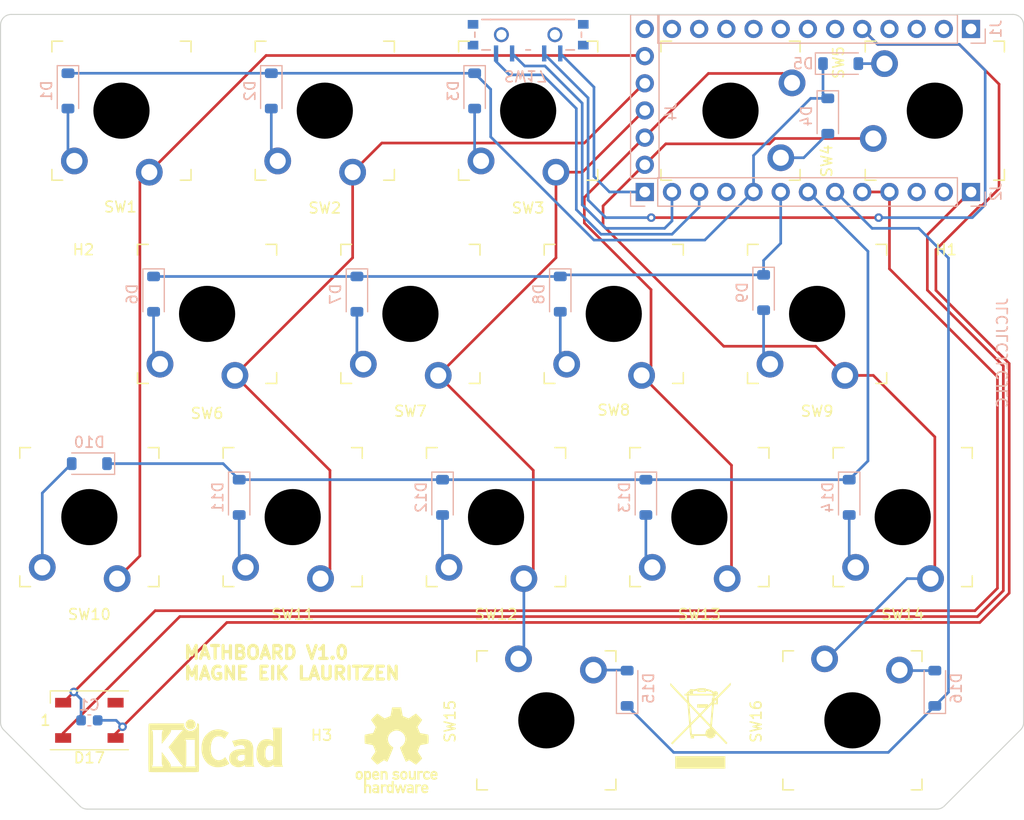
<source format=kicad_pcb>
(kicad_pcb (version 20221018) (generator pcbnew)
  (layers (0 "F.Cu" signal) (31 "B.Cu" signal) (34 "B.Paste" user) (35 "F.Paste" user) (36 "B.SilkS" user "B.Silkscreen") (37 "F.SilkS" user "F.Silkscreen") (38 "B.Mask" user) (39 "F.Mask" user) (44 "Edge.Cuts" user))
  (net 0 "")
  (net 1 "ROW0")
  (net 2 "Net-(D1-A)")
  (net 3 "Net-(D2-A)")
  (net 4 "Net-(D3-A)")
  (net 5 "Net-(D4-A)")
  (net 6 "ROW1")
  (net 7 "Net-(D5-A)")
  (net 8 "Net-(D6-A)")
  (net 9 "Net-(D7-A)")
  (net 10 "Net-(D8-A)")
  (net 11 "ROW2")
  (net 12 "Net-(D9-A)")
  (net 13 "Net-(D10-A)")
  (net 14 "Net-(D11-A)")
  (net 15 "Net-(D12-A)")
  (net 16 "ROW3")
  (net 17 "Net-(D13-A)")
  (net 18 "Net-(D14-A)")
  (net 19 "Net-(D15-A)")
  (net 20 "Net-(D16-A)")
  (net 21 "COL0")
  (net 22 "COL1")
  (net 23 "COL2")
  (net 24 "COL3")
  (net 25 "Net-(J1-Pin_12)")
  (net 26 "Net-(J1-Pin_11)")
  (net 27 "Net-(J2-Pin_10)")
  (net 28 "VDD")
  (net 30 "GND")
  (net 31 "RGB_DIN")
  (net 32 "COL4")
  (net 33 "Net-(J1-Pin_10)")
  (net 34 "Net-(J2-Pin_2)")
  (net 35 "Net-(J2-Pin_3)")
  (net 36 "Net-(J2-Pin_11)")
  (net 37 "Net-(J2-Pin_12)")
  (net 38 "Net-(J4-Pin_1)")
  (net 39 "Net-(J1-Pin_4)")
  (net 40 "Net-(J1-Pin_2)")
  (net 41 "Net-(J1-Pin_6)")
  (net 42 "Net-(J1-Pin_7)")
  (net 43 "Net-(J1-Pin_8)")
  (net 44 "Net-(J1-Pin_9)")
  (net 45 "Net-(J4-Pin_7)")
  (net 46 "Net-(J1-Pin_1)")
  (footprint "Keyboard switches:SW_Gateron_LowProfile_THT" (layer "F.Cu") (at 171.3 51 -90)
    (fp_text reference "SW5" (at -4.5 9 90 unlocked) (layer "F.SilkS"))
    (fp_text value "SW_Push" hide)
    (pad "" np_thru_hole circle (at 0 0 90) (size 5.25 5.25) (drill 5.25) (layers "*.Mask"))
    (pad "1" thru_hole circle (at -4.4 4.7 90) (size 2.5 2.5) (drill 1.5) (layers "*.Cu" "B.Mask") (net 7 "Net-(D5-A)"))
    (pad "2" thru_hole circle (at 2.6 5.75 90) (size 2.5 2.5) (drill 1.5) (layers "*.Cu" "B.Mask") (net 32 "COL4"))
  )
  (footprint "Keyboard switches:SW_Gateron_LowProfile_THT" (layer "F.Cu") (at 111.3 89)
    (fp_text reference "SW11" (at 0 9.1 unlocked) (layer "F.SilkS"))
    (fp_text value "SW_Push" hide)
    (pad "" np_thru_hole circle (at 0 0 180) (size 5.25 5.25) (drill 5.25) (layers "*.Mask"))
    (pad "1" thru_hole circle (at -4.4 4.7 180) (size 2.5 2.5) (drill 1.5) (layers "*.Cu" "B.Mask") (net 14 "Net-(D11-A)"))
    (pad "2" thru_hole circle (at 2.6 5.75 180) (size 2.5 2.5) (drill 1.5) (layers "*.Cu" "B.Mask") (net 22 "COL1"))
  )
  (footprint "Keyboard switches:SW_Gateron_LowProfile_THT" (layer "F.Cu") (at 149.3 89)
    (fp_text reference "SW13" (at 0 9.1 unlocked) (layer "F.SilkS"))
    (fp_text value "SW_Push" hide)
    (pad "" np_thru_hole circle (at 0 0 180) (size 5.25 5.25) (drill 5.25) (layers "*.Mask"))
    (pad "1" thru_hole circle (at -4.4 4.7 180) (size 2.5 2.5) (drill 1.5) (layers "*.Cu" "B.Mask") (net 17 "Net-(D13-A)"))
    (pad "2" thru_hole circle (at 2.6 5.75 180) (size 2.5 2.5) (drill 1.5) (layers "*.Cu" "B.Mask") (net 24 "COL3"))
  )
  (footprint "Keyboard switches:SW_Gateron_LowProfile_THT" (layer "F.Cu") (at 114.3 51)
    (fp_text reference "SW2" (at 0 9.1 unlocked) (layer "F.SilkS"))
    (fp_text value "SW_Push" hide)
    (pad "" np_thru_hole circle (at 0 0 180) (size 5.25 5.25) (drill 5.25) (layers "*.Mask"))
    (pad "1" thru_hole circle (at -4.4 4.7 180) (size 2.5 2.5) (drill 1.5) (layers "*.Cu" "B.Mask") (net 3 "Net-(D2-A)"))
    (pad "2" thru_hole circle (at 2.6 5.75 180) (size 2.5 2.5) (drill 1.5) (layers "*.Cu" "B.Mask") (net 22 "COL1"))
  )
  (footprint "Keyboard switches:SW_Gateron_LowProfile_THT" (layer "F.Cu") (at 135 108 180)
    (fp_text reference "SW15" (at 9 -0.1 90 unlocked) (layer "F.SilkS"))
    (fp_text value "SW_Push" hide)
    (pad "" np_thru_hole circle (at 0 0) (size 5.25 5.25) (drill 5.25) (layers "*.Mask"))
    (pad "1" thru_hole circle (at -4.4 4.7) (size 2.5 2.5) (drill 1.5) (layers "*.Cu" "B.Mask") (net 19 "Net-(D15-A)"))
    (pad "2" thru_hole circle (at 2.6 5.75) (size 2.5 2.5) (drill 1.5) (layers "*.Cu" "B.Mask") (net 23 "COL2"))
  )
  (footprint "Keyboard switches:SW_Gateron_LowProfile_THT" (layer "F.Cu") (at 92.3 89)
    (fp_text reference "SW10" (at 0 9.1 unlocked) (layer "F.SilkS"))
    (fp_text value "SW_Push" hide)
    (pad "" np_thru_hole circle (at 0 0 180) (size 5.25 5.25) (drill 5.25) (layers "*.Mask"))
    (pad "1" thru_hole circle (at -4.4 4.7 180) (size 2.5 2.5) (drill 1.5) (layers "*.Cu" "B.Mask") (net 13 "Net-(D10-A)"))
    (pad "2" thru_hole circle (at 2.6 5.75 180) (size 2.5 2.5) (drill 1.5) (layers "*.Cu" "B.Mask") (net 21 "COL0"))
  )
  (footprint "MountingHole:MountingHole_2.2mm_M2_DIN965" (layer "F.Cu") (at 88 64)
    (fp_text reference "H2" (at 3.75 0) (layer "F.SilkS"))
    (fp_text value "MountingHole")
    (pad "" np_thru_hole circle (at 0 0) (size 2.2 2.2) (drill 2.2) (layers "*.Cu" "*.Mask"))
  )
  (footprint "MountingHole:MountingHole_2.2mm_M2_DIN965" (layer "F.Cu") (at 175.6 64)
    (fp_text reference "H1" (at -3.25 0) (layer "F.SilkS"))
    (fp_text value "MountingHole")
    (pad "" np_thru_hole circle (at 0 0) (size 2.2 2.2) (drill 2.2) (layers "*.Cu" "*.Mask"))
  )
  (footprint "Symbol:OSHW-Logo_7.5x8mm_SilkScreen" (layer "F.Cu") (at 121 110.8)
    (fp_text reference "REF**" hide)
    (fp_text value "OSHW-Logo_7.5x8mm_SilkScreen" hide)
  )
  (footprint "Symbol:KiCad-Logo_5mm_SilkScreen" (layer "F.Cu") (at 104.1 110.9)
    (fp_text reference "REF**" hide)
    (fp_text value "KiCad-Logo_5mm_SilkScreen" hide)
  )
  (footprint "Keyboard switches:SW_Gateron_LowProfile_THT" (layer "F.Cu") (at 133.3 51)
    (fp_text reference "SW3" (at 0 9.1 unlocked) (layer "F.SilkS"))
    (fp_text value "SW_Push" hide)
    (pad "" np_thru_hole circle (at 0 0 180) (size 5.25 5.25) (drill 5.25) (layers "*.Mask"))
    (pad "1" thru_hole circle (at -4.4 4.7 180) (size 2.5 2.5) (drill 1.5) (layers "*.Cu" "B.Mask") (net 4 "Net-(D3-A)"))
    (pad "2" thru_hole circle (at 2.6 5.75 180) (size 2.5 2.5) (drill 1.5) (layers "*.Cu" "B.Mask") (net 23 "COL2"))
  )
  (footprint "Keyboard switches:SW_Gateron_LowProfile_THT" (layer "F.Cu") (at 152.208 51 90)
    (fp_text reference "SW4" (at -4.7 8.992 90 unlocked) (layer "F.SilkS"))
    (fp_text value "SW_Push" hide)
    (pad "" np_thru_hole circle (at 0 0 270) (size 5.25 5.25) (drill 5.25) (layers "*.Mask"))
    (pad "1" thru_hole circle (at -4.4 4.7 270) (size 2.5 2.5) (drill 1.5) (layers "*.Cu" "B.Mask") (net 5 "Net-(D4-A)"))
    (pad "2" thru_hole circle (at 2.6 5.75 270) (size 2.5 2.5) (drill 1.5) (layers "*.Cu" "B.Mask") (net 24 "COL3"))
  )
  (footprint "Keyboard switches:SW_Gateron_LowProfile_THT" (layer "F.Cu") (at 160.3 70)
    (fp_text reference "SW9" (at 0 9.1 unlocked) (layer "F.SilkS"))
    (fp_text value "SW_Push" hide)
    (pad "" np_thru_hole circle (at 0 0 180) (size 5.25 5.25) (drill 5.25) (layers "*.Mask"))
    (pad "1" thru_hole circle (at -4.4 4.7 180) (size 2.5 2.5) (drill 1.5) (layers "*.Cu" "B.Mask") (net 12 "Net-(D9-A)"))
    (pad "2" thru_hole circle (at 2.6 5.75 180) (size 2.5 2.5) (drill 1.5) (layers "*.Cu" "B.Mask") (net 32 "COL4"))
  )
  (footprint "Keyboard switches:SW_Gateron_LowProfile_THT" (layer "F.Cu") (at 168.3 89)
    (fp_text reference "SW14" (at 0 9.1 unlocked) (layer "F.SilkS"))
    (fp_text value "SW_Push" hide)
    (pad "" np_thru_hole circle (at 0 0 180) (size 5.25 5.25) (drill 5.25) (layers "*.Mask"))
    (pad "1" thru_hole circle (at -4.4 4.7 180) (size 2.5 2.5) (drill 1.5) (layers "*.Cu" "B.Mask") (net 18 "Net-(D14-A)"))
    (pad "2" thru_hole circle (at 2.6 5.75 180) (size 2.5 2.5) (drill 1.5) (layers "*.Cu" "B.Mask") (net 32 "COL4"))
  )
  (footprint "Keyboard switches:SW_Gateron_LowProfile_THT" (layer "F.Cu") (at 122.3 70)
    (fp_text reference "SW7" (at 0 9.1 unlocked) (layer "F.SilkS"))
    (fp_text value "SW_Push" hide)
    (pad "" np_thru_hole circle (at 0 0 180) (size 5.25 5.25) (drill 5.25) (layers "*.Mask"))
    (pad "1" thru_hole circle (at -4.4 4.7 180) (size 2.5 2.5) (drill 1.5) (layers "*.Cu" "B.Mask") (net 9 "Net-(D7-A)"))
    (pad "2" thru_hole circle (at 2.6 5.75 180) (size 2.5 2.5) (drill 1.5) (layers "*.Cu" "B.Mask") (net 23 "COL2"))
  )
  (footprint "Keyboard switches:SW_Gateron_LowProfile_THT" (layer "F.Cu") (at 130.3 89)
    (fp_text reference "SW12" (at 0 9.1 unlocked) (layer "F.SilkS"))
    (fp_text value "SW_Push" hide)
    (pad "" np_thru_hole circle (at 0 0 180) (size 5.25 5.25) (drill 5.25) (layers "*.Mask"))
    (pad "1" thru_hole circle (at -4.4 4.7 180) (size 2.5 2.5) (drill 1.5) (layers "*.Cu" "B.Mask") (net 15 "Net-(D12-A)"))
    (pad "2" thru_hole circle (at 2.6 5.75 180) (size 2.5 2.5) (drill 1.5) (layers "*.Cu" "B.Mask") (net 23 "COL2"))
  )
  (footprint "Keyboard switches:SW_Gateron_LowProfile_THT" (layer "F.Cu") (at 141.3 70)
    (fp_text reference "SW8" (at 0 9 unlocked) (layer "F.SilkS"))
    (fp_text value "SW_Push" hide)
    (pad "" np_thru_hole circle (at 0 0 180) (size 5.25 5.25) (drill 5.25) (layers "*.Mask"))
    (pad "1" thru_hole circle (at -4.4 4.7 180) (size 2.5 2.5) (drill 1.5) (layers "*.Cu" "B.Mask") (net 10 "Net-(D8-A)"))
    (pad "2" thru_hole circle (at 2.6 5.75 180) (size 2.5 2.5) (drill 1.5) (layers "*.Cu" "B.Mask") (net 24 "COL3"))
  )
  (footprint "Keyboard switches:SW_Gateron_LowProfile_THT" (layer "F.Cu") (at 95.3 51)
    (fp_text reference "SW1" (at -0.1 9 unlocked) (layer "F.SilkS"))
    (fp_text value "SW_Push" hide)
    (pad "" np_thru_hole circle (at 0 0 180) (size 5.25 5.25) (drill 5.25) (layers "*.Mask"))
    (pad "1" thru_hole circle (at -4.4 4.7 180) (size 2.5 2.5) (drill 1.5) (layers "*.Cu" "B.Mask") (net 2 "Net-(D1-A)"))
    (pad "2" thru_hole circle (at 2.6 5.75 180) (size 2.5 2.5) (drill 1.5) (layers "*.Cu" "B.Mask") (net 21 "COL0"))
  )
  (footprint "Keyboard switches:SW_Gateron_LowProfile_THT" (layer "F.Cu") (at 163.6 108 180)
    (fp_text reference "SW16" (at 9 -0.1 90 unlocked) (layer "F.SilkS"))
    (fp_text value "SW_Push" hide)
    (pad "" np_thru_hole circle (at 0 0) (size 5.25 5.25) (drill 5.25) (layers "*.Mask"))
    (pad "1" thru_hole circle (at -4.4 4.7) (size 2.5 2.5) (drill 1.5) (layers "*.Cu" "B.Mask") (net 20 "Net-(D16-A)"))
    (pad "2" thru_hole circle (at 2.6 5.75) (size 2.5 2.5) (drill 1.5) (layers "*.Cu" "B.Mask") (net 32 "COL4"))
  )
  (footprint "Symbol:WEEE-Logo_5.6x8mm_SilkScreen" (layer "F.Cu") (at 149.4 108.5)
    (fp_text reference "REF**" hide)
    (fp_text value "WEEE-Logo_5.6x8mm_SilkScreen" hide)
  )
  (footprint "LED_SMD:LED_WS2812B_PLCC4_5.0x5.0mm_P3.2mm" (layer "F.Cu") (at 92.3 108 180)
    (fp_text reference "D17" (at 0 -3.5) (layer "F.SilkS"))
    (fp_text value "WS2812B")
    (fp_text user "1" (at 4.1 0) (layer "F.SilkS"))
    (pad "1" smd rect (at -2.45 -1.65 180) (size 1.5 0.9) (layers "F.Cu" "F.Paste" "F.Mask") (net 28 "VDD"))
    (pad "2" smd rect (at -2.45 1.65 180) (size 1.5 0.9) (layers "F.Cu" "F.Paste" "F.Mask"))
    (pad "3" smd rect (at 2.45 1.65 180) (size 1.5 0.9) (layers "F.Cu" "F.Paste" "F.Mask") (net 30 "GND"))
    (pad "4" smd rect (at 2.45 -1.65 180) (size 1.5 0.9) (layers "F.Cu" "F.Paste" "F.Mask") (net 31 "RGB_DIN"))
  )
  (footprint "MountingHole:MountingHole_2.2mm_M2_DIN965" (layer "F.Cu") (at 114 112.3)
    (fp_text reference "H3" (at 0 -2.9) (layer "F.SilkS"))
    (fp_text value "MountingHole")
    (pad "" np_thru_hole circle (at 0 0) (size 2.2 2.2) (drill 2.2) (layers "*.Cu" "*.Mask"))
  )
  (footprint "Keyboard switches:SW_Gateron_LowProfile_THT" (layer "F.Cu") (at 103.3 70)
    (fp_text reference "SW6" (at 0 9.3 unlocked) (layer "F.SilkS"))
    (fp_text value "SW_Push" hide)
    (pad "" np_thru_hole circle (at 0 0 180) (size 5.25 5.25) (drill 5.25) (layers "*.Mask"))
    (pad "1" thru_hole circle (at -4.4 4.7 180) (size 2.5 2.5) (drill 1.5) (layers "*.Cu" "B.Mask") (net 8 "Net-(D6-A)"))
    (pad "2" thru_hole circle (at 2.6 5.75 180) (size 2.5 2.5) (drill 1.5) (layers "*.Cu" "B.Mask") (net 22 "COL1"))
  )
  (footprint "Diode_SMD:D_SOD-123" (layer "B.Cu") (at 92.3 84 180)
    (fp_text reference "D10" (at 0 2) (layer "B.SilkS") (effects (justify mirror)))
    (fp_text value "1N4148W")
    (pad "1" smd roundrect (at -1.65 0 180) (size 0.9 1.2) (layers "B.Cu" "B.Paste" "B.Mask") (net 11 "ROW2"))
    (pad "2" smd roundrect (at 1.65 0 180) (size 0.9 1.2) (layers "B.Cu" "B.Paste" "B.Mask") (net 13 "Net-(D10-A)"))
  )
  (footprint "Diode_SMD:D_SOD-123" (layer "B.Cu") (at 171.3 105 90)
    (fp_text reference "D16" (at 0 2 90) (layer "B.SilkS") (effects (justify mirror)))
    (fp_text value "1N4148W")
    (pad "1" smd roundrect (at -1.65 0 90) (size 0.9 1.2) (layers "B.Cu" "B.Paste" "B.Mask") (net 16 "ROW3"))
    (pad "2" smd roundrect (at 1.65 0 90) (size 0.9 1.2) (layers "B.Cu" "B.Paste" "B.Mask") (net 20 "Net-(D16-A)"))
  )
  (footprint "Connector_PinHeader_2.54mm:PinHeader_1x12_P2.54mm_Vertical" (layer "B.Cu") (at 174.68 43.36 90)
    (fp_text reference "J1" (at 0 2.33 90) (layer "B.SilkS") (effects (justify mirror)))
    (fp_text value "TSW-112-06-T-S")
    (pad "1" thru_hole rect (at 0 0 90) (size 1.7 1.7) (drill 1) (layers "*.Cu" "*.Mask") (net 46 "Net-(J1-Pin_1)"))
    (pad "2" thru_hole oval (at 0 -2.54 90) (size 1.7 1.7) (drill 1) (layers "*.Cu" "*.Mask") (net 40 "Net-(J1-Pin_2)"))
    (pad "3" thru_hole oval (at 0 -5.08 90) (size 1.7 1.7) (drill 1) (layers "*.Cu" "*.Mask") (net 30 "GND"))
    (pad "4" thru_hole oval (at 0 -7.62 90) (size 1.7 1.7) (drill 1) (layers "*.Cu" "*.Mask") (net 39 "Net-(J1-Pin_4)"))
    (pad "5" thru_hole oval (at 0 -10.16 90) (size 1.7 1.7) (drill 1) (layers "*.Cu" "*.Mask") (net 28 "VDD"))
    (pad "6" thru_hole oval (at 0 -12.7 90) (size 1.7 1.7) (drill 1) (layers "*.Cu" "*.Mask") (net 41 "Net-(J1-Pin_6)"))
    (pad "7" thru_hole oval (at 0 -15.24 90) (size 1.7 1.7) (drill 1) (layers "*.Cu" "*.Mask") (net 42 "Net-(J1-Pin_7)"))
    (pad "8" thru_hole oval (at 0 -17.78 90) (size 1.7 1.7) (drill 1) (layers "*.Cu" "*.Mask") (net 43 "Net-(J1-Pin_8)"))
    (pad "9" thru_hole oval (at 0 -20.32 90) (size 1.7 1.7) (drill 1) (layers "*.Cu" "*.Mask") (net 44 "Net-(J1-Pin_9)"))
    (pad "10" thru_hole oval (at 0 -22.86 90) (size 1.7 1.7) (drill 1) (layers "*.Cu" "*.Mask") (net 33 "Net-(J1-Pin_10)"))
    (pad "11" thru_hole oval (at 0 -25.4 90) (size 1.7 1.7) (drill 1) (layers "*.Cu" "*.Mask") (net 26 "Net-(J1-Pin_11)"))
    (pad "12" thru_hole oval (at 0 -27.94 90) (size 1.7 1.7) (drill 1) (layers "*.Cu" "*.Mask") (net 25 "Net-(J1-Pin_12)"))
  )
  (footprint "Diode_SMD:D_SOD-123" (layer "B.Cu") (at 109.3 49.15 -90)
    (fp_text reference "D2" (at 0 2 90) (layer "B.SilkS") (effects (justify mirror)))
    (fp_text value "1N4148W")
    (pad "1" smd roundrect (at -1.65 0 270) (size 0.9 1.2) (layers "B.Cu" "B.Paste" "B.Mask") (net 1 "ROW0"))
    (pad "2" smd roundrect (at 1.65 0 270) (size 0.9 1.2) (layers "B.Cu" "B.Paste" "B.Mask") (net 3 "Net-(D2-A)"))
  )
  (footprint "Diode_SMD:D_SOD-123" (layer "B.Cu") (at 117.3 68.15 -90)
    (fp_text reference "D7" (at 0 2 90) (layer "B.SilkS") (effects (justify mirror)))
    (fp_text value "1N4148W")
    (pad "1" smd roundrect (at -1.65 0 270) (size 0.9 1.2) (layers "B.Cu" "B.Paste" "B.Mask") (net 6 "ROW1"))
    (pad "2" smd roundrect (at 1.65 0 270) (size 0.9 1.2) (layers "B.Cu" "B.Paste" "B.Mask") (net 9 "Net-(D7-A)"))
  )
  (footprint "Diode_SMD:D_SOD-123" (layer "B.Cu") (at 125.3 87.15 -90)
    (fp_text reference "D12" (at 0 2 90) (layer "B.SilkS") (effects (justify mirror)))
    (fp_text value "1N4148W")
    (pad "1" smd roundrect (at -1.65 0 270) (size 0.9 1.2) (layers "B.Cu" "B.Paste" "B.Mask") (net 11 "ROW2"))
    (pad "2" smd roundrect (at 1.65 0 270) (size 0.9 1.2) (layers "B.Cu" "B.Paste" "B.Mask") (net 15 "Net-(D12-A)"))
  )
  (footprint "Diode_SMD:D_SOD-123" (layer "B.Cu") (at 90.3 49.15 -90)
    (fp_text reference "D1" (at 0 2 90) (layer "B.SilkS") (effects (justify mirror)))
    (fp_text value "1N4148W")
    (pad "1" smd roundrect (at -1.65 0 270) (size 0.9 1.2) (layers "B.Cu" "B.Paste" "B.Mask") (net 1 "ROW0"))
    (pad "2" smd roundrect (at 1.65 0 270) (size 0.9 1.2) (layers "B.Cu" "B.Paste" "B.Mask") (net 2 "Net-(D1-A)"))
  )
  (footprint "Diode_SMD:D_SOD-123" (layer "B.Cu") (at 162.5 46.6)
    (fp_text reference "D5" (at -3.5 0 180) (layer "B.SilkS") (effects (justify mirror)))
    (fp_text value "1N4148W")
    (pad "1" smd roundrect (at -1.65 0) (size 0.9 1.2) (layers "B.Cu" "B.Paste" "B.Mask") (net 1 "ROW0"))
    (pad "2" smd roundrect (at 1.65 0) (size 0.9 1.2) (layers "B.Cu" "B.Paste" "B.Mask") (net 7 "Net-(D5-A)"))
  )
  (footprint "Connector_PinHeader_2.54mm:PinHeader_1x12_P2.54mm_Vertical" (layer "B.Cu") (at 174.68 58.6 90)
    (fp_text reference "J2" (at 0 2.33 90) (layer "B.SilkS") (effects (justify mirror)))
    (fp_text value "TSW-112-06-T-S")
    (pad "1" thru_hole rect (at 0 0 90) (size 1.7 1.7) (drill 1) (layers "*.Cu" "*.Mask") (net 31 "RGB_DIN"))
    (pad "2" thru_hole oval (at 0 -2.54 90) (size 1.7 1.7) (drill 1) (layers "*.Cu" "*.Mask") (net 34 "Net-(J2-Pin_2)"))
    (pad "3" thru_hole oval (at 0 -5.08 90) (size 1.7 1.7) (drill 1) (layers "*.Cu" "*.Mask") (net 35 "Net-(J2-Pin_3)"))
    (pad "4" thru_hole oval (at 0 -7.62 90) (size 1.7 1.7) (drill 1) (layers "*.Cu" "*.Mask") (net 30 "GND"))
    (pad "5" thru_hole oval (at 0 -10.16 90) (size 1.7 1.7) (drill 1) (layers "*.Cu" "*.Mask") (net 30 "GND"))
    (pad "6" thru_hole oval (at 0 -12.7 90) (size 1.7 1.7) (drill 1) (layers "*.Cu" "*.Mask") (net 16 "ROW3"))
    (pad "7" thru_hole oval (at 0 -15.24 90) (size 1.7 1.7) (drill 1) (layers "*.Cu" "*.Mask") (net 11 "ROW2"))
    (pad "8" thru_hole oval (at 0 -17.78 90) (size 1.7 1.7) (drill 1) (layers "*.Cu" "*.Mask") (net 6 "ROW1"))
    (pad "9" thru_hole oval (at 0 -20.32 90) (size 1.7 1.7) (drill 1) (layers "*.Cu" "*.Mask") (net 1 "ROW0"))
    (pad "10" thru_hole oval (at 0 -22.86 90) (size 1.7 1.7) (drill 1) (layers "*.Cu" "*.Mask") (net 27 "Net-(J2-Pin_10)"))
    (pad "11" thru_hole oval (at 0 -25.4 90) (size 1.7 1.7) (drill 1) (layers "*.Cu" "*.Mask") (net 36 "Net-(J2-Pin_11)"))
    (pad "12" thru_hole oval (at 0 -27.94 90) (size 1.7 1.7) (drill 1) (layers "*.Cu" "*.Mask") (net 37 "Net-(J2-Pin_12)"))
  )
  (footprint "Diode_SMD:D_SOD-123" (layer "B.Cu") (at 155.3 68 -90)
    (fp_text reference "D9" (at 0 2 90) (layer "B.SilkS") (effects (justify mirror)))
    (fp_text value "1N4148W")
    (pad "1" smd roundrect (at -1.65 0 270) (size 0.9 1.2) (layers "B.Cu" "B.Paste" "B.Mask") (net 6 "ROW1"))
    (pad "2" smd roundrect (at 1.65 0 270) (size 0.9 1.2) (layers "B.Cu" "B.Paste" "B.Mask") (net 12 "Net-(D9-A)"))
  )
  (footprint "Diode_SMD:D_SOD-123" (layer "B.Cu") (at 128.3 49.15 -90)
    (fp_text reference "D3" (at 0 2 90) (layer "B.SilkS") (effects (justify mirror)))
    (fp_text value "1N4148W")
    (pad "1" smd roundrect (at -1.65 0 270) (size 0.9 1.2) (layers "B.Cu" "B.Paste" "B.Mask") (net 1 "ROW0"))
    (pad "2" smd roundrect (at 1.65 0 270) (size 0.9 1.2) (layers "B.Cu" "B.Paste" "B.Mask") (net 4 "Net-(D3-A)"))
  )
  (footprint "Diode_SMD:D_SOD-123" (layer "B.Cu") (at 106.3 87.15 -90)
    (fp_text reference "D11" (at 0 2 90) (layer "B.SilkS") (effects (justify mirror)))
    (fp_text value "1N4148W")
    (pad "1" smd roundrect (at -1.65 0 270) (size 0.9 1.2) (layers "B.Cu" "B.Paste" "B.Mask") (net 11 "ROW2"))
    (pad "2" smd roundrect (at 1.65 0 270) (size 0.9 1.2) (layers "B.Cu" "B.Paste" "B.Mask") (net 14 "Net-(D11-A)"))
  )
  (footprint "Capacitor_SMD:C_0603_1608Metric" (layer "B.Cu") (at 92.3 108 180)
    (fp_text reference "C1" (at 0 1.43) (layer "B.SilkS") (effects (justify mirror)))
    (fp_text value "100nF")
    (pad "1" smd roundrect (at -0.775 0 180) (size 0.9 0.95) (layers "B.Cu" "B.Paste" "B.Mask") (net 28 "VDD"))
    (pad "2" smd roundrect (at 0.775 0 180) (size 0.9 0.95) (layers "B.Cu" "B.Paste" "B.Mask") (net 30 "GND"))
  )
  (footprint "Diode_SMD:D_SOD-123" (layer "B.Cu") (at 136.3 68.15 -90)
    (fp_text reference "D8" (at 0 2 90) (layer "B.SilkS") (effects (justify mirror)))
    (fp_text value "1N4148W")
    (pad "1" smd roundrect (at -1.65 0 270) (size 0.9 1.2) (layers "B.Cu" "B.Paste" "B.Mask") (net 6 "ROW1"))
    (pad "2" smd roundrect (at 1.65 0 270) (size 0.9 1.2) (layers "B.Cu" "B.Paste" "B.Mask") (net 10 "Net-(D8-A)"))
  )
  (footprint "Connector_PinHeader_2.54mm:PinHeader_1x07_P2.54mm_Vertical" (layer "B.Cu") (at 144.2 58.6)
    (fp_text reference "J4" (at 2.4384 -7.493 90) (layer "B.SilkS") (effects (justify mirror)))
    (fp_text value "Conn_01x07_Pin")
    (pad "1" thru_hole rect (at 0 0) (size 1.7 1.7) (drill 1) (layers "*.Cu" "*.Mask") (net 38 "Net-(J4-Pin_1)"))
    (pad "2" thru_hole oval (at 0 -2.54) (size 1.7 1.7) (drill 1) (layers "*.Cu" "*.Mask") (net 32 "COL4"))
    (pad "3" thru_hole oval (at 0 -5.08) (size 1.7 1.7) (drill 1) (layers "*.Cu" "*.Mask") (net 24 "COL3"))
    (pad "4" thru_hole oval (at 0 -7.62) (size 1.7 1.7) (drill 1) (layers "*.Cu" "*.Mask") (net 23 "COL2"))
    (pad "5" thru_hole oval (at 0 -10.16) (size 1.7 1.7) (drill 1) (layers "*.Cu" "*.Mask") (net 22 "COL1"))
    (pad "6" thru_hole oval (at 0 -12.7) (size 1.7 1.7) (drill 1) (layers "*.Cu" "*.Mask") (net 21 "COL0"))
    (pad "7" thru_hole oval (at 0 -15.24) (size 1.7 1.7) (drill 1) (layers "*.Cu" "*.Mask") (net 45 "Net-(J4-Pin_7)"))
  )
  (footprint "Diode_SMD:D_SOD-123" (layer "B.Cu") (at 142.55 105 90)
    (fp_text reference "D15" (at 0 2 90) (layer "B.SilkS") (effects (justify mirror)))
    (fp_text value "1N4148W")
    (pad "1" smd roundrect (at -1.65 0 90) (size 0.9 1.2) (layers "B.Cu" "B.Paste" "B.Mask") (net 16 "ROW3"))
    (pad "2" smd roundrect (at 1.65 0 90) (size 0.9 1.2) (layers "B.Cu" "B.Paste" "B.Mask") (net 19 "Net-(D15-A)"))
  )
  (footprint "Diode_SMD:D_SOD-123" (layer "B.Cu") (at 144.3 87.15 -90)
    (fp_text reference "D13" (at 0 2 90) (layer "B.SilkS") (effects (justify mirror)))
    (fp_text value "1N4148W")
    (pad "1" smd roundrect (at -1.65 0 270) (size 0.9 1.2) (layers "B.Cu" "B.Paste" "B.Mask") (net 11 "ROW2"))
    (pad "2" smd roundrect (at 1.65 0 270) (size 0.9 1.2) (layers "B.Cu" "B.Paste" "B.Mask") (net 17 "Net-(D13-A)"))
  )
  (footprint "Diode_SMD:D_SOD-123" (layer "B.Cu") (at 98.3 68.15 -90)
    (fp_text reference "D6" (at 0 2 90) (layer "B.SilkS") (effects (justify mirror)))
    (fp_text value "1N4148W")
    (pad "1" smd roundrect (at -1.65 0 270) (size 0.9 1.2) (layers "B.Cu" "B.Paste" "B.Mask") (net 6 "ROW1"))
    (pad "2" smd roundrect (at 1.65 0 270) (size 0.9 1.2) (layers "B.Cu" "B.Paste" "B.Mask") (net 8 "Net-(D6-A)"))
  )
  (footprint "Diode_SMD:D_SOD-123" (layer "B.Cu") (at 161.3 51.5 -90)
    (fp_text reference "D4" (at 0 2 90) (layer "B.SilkS") (effects (justify mirror)))
    (fp_text value "1N4148W")
    (pad "1" smd roundrect (at -1.65 0 270) (size 0.9 1.2) (layers "B.Cu" "B.Paste" "B.Mask") (net 1 "ROW0"))
    (pad "2" smd roundrect (at 1.65 0 270) (size 0.9 1.2) (layers "B.Cu" "B.Paste" "B.Mask") (net 5 "Net-(D4-A)"))
  )
  (footprint "Diode_SMD:D_SOD-123" (layer "B.Cu") (at 163.3 87.15 -90)
    (fp_text reference "D14" (at 0 2 90) (layer "B.SilkS") (effects (justify mirror)))
    (fp_text value "1N4148W")
    (pad "1" smd roundrect (at -1.65 0 270) (size 0.9 1.2) (layers "B.Cu" "B.Paste" "B.Mask") (net 11 "ROW2"))
    (pad "2" smd roundrect (at 1.65 0 270) (size 0.9 1.2) (layers "B.Cu" "B.Paste" "B.Mask") (net 18 "Net-(D14-A)"))
  )
  (footprint "mathboard:SWITCH_3SMTR" (layer "B.Cu") (at 130.299999 45.648)
    (fp_text reference "SW17" (at 2.750001 2.102 180 unlocked) (layer "B.SilkS") (effects (justify mirror)))
    (fp_text value "PCM13SMTR")
    (pad "1" smd rect (at 0 0) (size 0.4064 1.499997) (layers "B.Cu" "B.Paste" "B.Mask") (net 36 "Net-(J2-Pin_11)"))
    (pad "2" smd rect (at 1.5 0) (size 0.4064 1.499997) (layers "B.Cu" "B.Paste" "B.Mask") (net 37 "Net-(J2-Pin_12)"))
    (pad "3" smd rect (at 4.500002 0) (size 0.4064 1.499997) (layers "B.Cu" "B.Paste" "B.Mask") (net 28 "VDD"))
    (pad "4" smd rect (at 6.000001 0) (size 0.4064 1.499997) (layers "B.Cu" "B.Paste" "B.Mask") (net 38 "Net-(J4-Pin_1)"))
    (pad "5" smd rect (at -2.149999 -0.7785) (size 0.9906 0.8128) (layers "B.Cu" "B.Paste" "B.Mask"))
    (pad "6" smd rect (at -2.149999 -2.7215) (size 0.9906 0.8128) (layers "B.Cu" "B.Paste" "B.Mask"))
    (pad "7" thru_hole circle (at 0.5 -1.7505) (size 1.397 1.397) (drill 0.95) (layers "*.Cu" "*.Mask"))
    (pad "8" thru_hole circle (at 5.500001 -1.7505) (size 1.397 1.397) (drill 0.95) (layers "*.Cu" "*.Mask"))
    (pad "9" smd rect (at 8.150001 -0.7785) (size 0.9906 0.8128) (layers "B.Cu" "B.Paste" "B.Mask"))
    (pad "10" smd rect (at 8.150001 -2.7215) (size 0.9906 0.8128) (layers "B.Cu" "B.Paste" "B.Mask"))
  )
  (gr_arc (start 84.292893 108.892893) (mid 84.07612 108.56847) (end 84 108.185786) (stroke (width 0.1)) (layer "Edge.Cuts"))
  (gr_arc (start 179.6 108.185786) (mid 179.52388 108.568469) (end 179.307107 108.892893) (stroke (width 0.1)) (layer "Edge.Cuts"))
  (gr_line (start 179.307107 108.892893) (end 172.192893 116.007107) (stroke (width 0.1)) (layer "Edge.Cuts"))
  (gr_line (start 85 42) (end 178.6 42) (stroke (width 0.1)) (layer "Edge.Cuts"))
  (gr_arc (start 84 43) (mid 84.292893 42.292893) (end 85 42) (stroke (width 0.1)) (layer "Edge.Cuts"))
  (gr_line (start 171.485786 116.3) (end 92.114214 116.3) (stroke (width 0.1)) (layer "Edge.Cuts"))
  (gr_arc (start 92.114214 116.3) (mid 91.731528 116.223884) (end 91.407107 116.007107) (stroke (width 0.1)) (layer "Edge.Cuts"))
  (gr_line (start 91.407107 116.007107) (end 84.292893 108.892893) (stroke (width 0.1)) (layer "Edge.Cuts"))
  (gr_line (start 179.6 43) (end 179.6 108.185786) (stroke (width 0.1)) (layer "Edge.Cuts"))
  (gr_line (start 84 108.185786) (end 84 43) (stroke (width 0.1)) (layer "Edge.Cuts"))
  (gr_arc (start 172.192893 116.007107) (mid 171.86847 116.22388) (end 171.485786 116.3) (stroke (width 0.1)) (layer "Edge.Cuts"))
  (gr_arc (start 178.6 42) (mid 179.307107 42.292893) (end 179.6 43) (stroke (width 0.1)) (layer "Edge.Cuts"))
  (gr_text "JLCJLCJLCJLC" (at 178.2 68.4 90) (layer "B.SilkS") (effects (font (size 1 1)) (justify left bottom mirror)))
  (gr_text "MATHBOARD V1.0\nMAGNE EIK LAURITZEN" (at 101 104.3) (layer "F.SilkS") (effects (font (size 1.2 1.2) (thickness 0.3) bold) (justify left bottom)))
  (segment (start 154.36 58.54) (end 149.8 63.1) (width 0.25) (layer "B.Cu") (net 1))
  (segment (start 149.8 63.1) (end 139.45 63.1) (width 0.25) (layer "B.Cu") (net 1))
  (segment (start 160.85 46.6) (end 160.85 49.4) (width 0.25) (layer "B.Cu") (net 1))
  (segment (start 129.8 49) (end 128.3 47.5) (width 0.25) (layer "B.Cu") (net 1))
  (segment (start 129.8 53.45) (end 129.8 49) (width 0.25) (layer "B.Cu") (net 1))
  (segment (start 90.3 47.5) (end 128.3 47.5) (width 0.25) (layer "B.Cu") (net 1))
  (segment (start 154.36 55.19) (end 154.36 58.54) (width 0.25) (layer "B.Cu") (net 1))
  (segment (start 139.45 63.1) (end 129.8 53.45) (width 0.25) (layer "B.Cu") (net 1))
  (segment (start 159.7 49.85) (end 154.36 55.19) (width 0.25) (layer "B.Cu") (net 1))
  (segment (start 161.3 49.85) (end 159.7 49.85) (width 0.25) (layer "B.Cu") (net 1))
  (segment (start 160.85 49.4) (end 161.3 49.85) (width 0.25) (layer "B.Cu") (net 1))
  (segment (start 90.3 55.1) (end 90.9 55.7) (width 0.25) (layer "B.Cu") (net 2))
  (segment (start 90.3 50.8) (end 90.3 55.1) (width 0.25) (layer "B.Cu") (net 2))
  (segment (start 109.3 55.1) (end 109.9 55.7) (width 0.25) (layer "B.Cu") (net 3))
  (segment (start 109.3 50.8) (end 109.3 55.1) (width 0.25) (layer "B.Cu") (net 3))
  (segment (start 128.3 50.8) (end 128.3 55.1) (width 0.25) (layer "B.Cu") (net 4))
  (segment (start 128.3 55.1) (end 128.9 55.7) (width 0.25) (layer "B.Cu") (net 4))
  (segment (start 159.05 55.4) (end 161.3 53.15) (width 0.25) (layer "B.Cu") (net 5))
  (segment (start 156.908 55.4) (end 159.05 55.4) (width 0.25) (layer "B.Cu") (net 5))
  (segment (start 98.3 66.5) (end 136.3 66.5) (width 0.25) (layer "B.Cu") (net 6))
  (segment (start 155.3 65) (end 156.9 63.4) (width 0.25) (layer "B.Cu") (net 6))
  (segment (start 156.9 63.4) (end 156.9 58.54) (width 0.25) (layer "B.Cu") (net 6))
  (segment (start 136.45 66.35) (end 136.3 66.5) (width 0.25) (layer "B.Cu") (net 6))
  (segment (start 155.3 66.35) (end 136.45 66.35) (width 0.25) (layer "B.Cu") (net 6))
  (segment (start 155.3 66.35) (end 155.3 65) (width 0.25) (layer "B.Cu") (net 6))
  (segment (start 164.15 46.6) (end 166.6 46.6) (width 0.25) (layer "B.Cu") (net 7))
  (segment (start 98.3 69.8) (end 98.3 74.1) (width 0.25) (layer "B.Cu") (net 8))
  (segment (start 98.3 74.1) (end 98.9 74.7) (width 0.25) (layer "B.Cu") (net 8))
  (segment (start 117.3 69.8) (end 117.3 74.1) (width 0.25) (layer "B.Cu") (net 9))
  (segment (start 117.3 74.1) (end 117.9 74.7) (width 0.25) (layer "B.Cu") (net 9))
  (segment (start 136.3 74.1) (end 136.9 74.7) (width 0.25) (layer "B.Cu") (net 10))
  (segment (start 136.3 69.8) (end 136.3 74.1) (width 0.25) (layer "B.Cu") (net 10))
  (segment (start 125.3 85.5) (end 144.3 85.5) (width 0.25) (layer "B.Cu") (net 11))
  (segment (start 144.3 85.5) (end 163.3 85.5) (width 0.25) (layer "B.Cu") (net 11))
  (segment (start 163.3 85.5) (end 165.05 83.75) (width 0.25) (layer "B.Cu") (net 11))
  (segment (start 106.3 85.5) (end 125.3 85.5) (width 0.25) (layer "B.Cu") (net 11))
  (segment (start 104.8 84) (end 106.3 85.5) (width 0.25) (layer "B.Cu") (net 11))
  (segment (start 165.05 83.75) (end 165.05 64.15) (width 0.25) (layer "B.Cu") (net 11))
  (segment (start 93.95 84) (end 104.8 84) (width 0.25) (layer "B.Cu") (net 11))
  (segment (start 165.05 64.15) (end 159.44 58.54) (width 0.25) (layer "B.Cu") (net 11))
  (segment (start 155.3 69.65) (end 155.3 74.1) (width 0.25) (layer "B.Cu") (net 12))
  (segment (start 155.3 74.1) (end 155.9 74.7) (width 0.25) (layer "B.Cu") (net 12))
  (segment (start 87.9 93.7) (end 87.9 86.75) (width 0.25) (layer "B.Cu") (net 13))
  (segment (start 87.9 86.75) (end 90.65 84) (width 0.25) (layer "B.Cu") (net 13))
  (segment (start 106.3 93.1) (end 106.9 93.7) (width 0.25) (layer "B.Cu") (net 14))
  (segment (start 106.3 88.8) (end 106.3 93.1) (width 0.25) (layer "B.Cu") (net 14))
  (segment (start 125.3 88.8) (end 125.3 93.1) (width 0.25) (layer "B.Cu") (net 15))
  (segment (start 125.3 93.1) (end 125.9 93.7) (width 0.25) (layer "B.Cu") (net 15))
  (segment (start 142.55 106.65) (end 146.9 111) (width 0.25) (layer "B.Cu") (net 16))
  (segment (start 172.575 105.375) (end 172.575 64.775) (width 0.25) (layer "B.Cu") (net 16))
  (segment (start 166.95 111) (end 171.3 106.65) (width 0.25) (layer "B.Cu") (net 16))
  (segment (start 146.9 111) (end 166.95 111) (width 0.25) (layer "B.Cu") (net 16))
  (segment (start 169.8 62) (end 165.44 62) (width 0.25) (layer "B.Cu") (net 16))
  (segment (start 165.44 62) (end 161.98 58.54) (width 0.25) (layer "B.Cu") (net 16))
  (segment (start 172.575 64.775) (end 169.8 62) (width 0.25) (layer "B.Cu") (net 16))
  (segment (start 171.3 106.65) (end 172.575 105.375) (width 0.25) (layer "B.Cu") (net 16))
  (segment (start 144.3 88.8) (end 144.3 93.1) (width 0.25) (layer "B.Cu") (net 17))
  (segment (start 144.3 93.1) (end 144.9 93.7) (width 0.25) (layer "B.Cu") (net 17))
  (segment (start 163.3 88.8) (end 163.3 93.1) (width 0.25) (layer "B.Cu") (net 18))
  (segment (start 163.3 93.1) (end 163.9 93.7) (width 0.25) (layer "B.Cu") (net 18))
  (segment (start 139.2 103.3) (end 142.5 103.3) (width 0.25) (layer "B.Cu") (net 19))
  (segment (start 142.5 103.3) (end 142.55 103.35) (width 0.25) (layer "B.Cu") (net 19))
  (segment (start 171.3 103.35) (end 168.25 103.35) (width 0.25) (layer "B.Cu") (net 20))
  (segment (start 168.25 103.35) (end 168.2 103.3) (width 0.25) (layer "B.Cu") (net 20))
  (segment (start 108.81 45.84) (end 144.2 45.84) (width 0.25) (layer "F.Cu") (net 21))
  (segment (start 97.019479 92.630521) (end 94.9 94.75) (width 0.25) (layer "F.Cu") (net 21))
  (segment (start 97.019479 57.630521) (end 97.019479 92.630521) (width 0.25) (layer "F.Cu") (net 21))
  (segment (start 97.9 56.75) (end 108.81 45.84) (width 0.25) (layer "F.Cu") (net 21))
  (segment (start 97.9 56.75) (end 97.019479 57.630521) (width 0.25) (layer "F.Cu") (net 21))
  (segment (start 116.9 56.75) (end 116.9 64.75) (width 0.25) (layer "F.Cu") (net 22))
  (segment (start 119.625 54.025) (end 138.555 54.025) (width 0.25) (layer "F.Cu") (net 22))
  (segment (start 116.9 56.75) (end 119.625 54.025) (width 0.25) (layer "F.Cu") (net 22))
  (segment (start 114.780521 84.630521) (end 114.780521 93.869479) (width 0.25) (layer "F.Cu") (net 22))
  (segment (start 114.780521 93.869479) (end 113.9 94.75) (width 0.25) (layer "F.Cu") (net 22))
  (segment (start 105.9 75.75) (end 114.780521 84.630521) (width 0.25) (layer "F.Cu") (net 22))
  (segment (start 138.555 54.025) (end 144.2 48.38) (width 0.25) (layer "F.Cu") (net 22))
  (segment (start 116.9 64.75) (end 105.9 75.75) (width 0.25) (layer "F.Cu") (net 22))
  (segment (start 133.780521 84.630521) (end 133.780521 93.869479) (width 0.25) (layer "F.Cu") (net 23))
  (segment (start 135.9 56.75) (end 138.37 56.75) (width 0.25) (layer "F.Cu") (net 23))
  (segment (start 124.9 75.75) (end 133.780521 84.630521) (width 0.25) (layer "F.Cu") (net 23))
  (segment (start 135.9 56.75) (end 135.9 64.75) (width 0.25) (layer "F.Cu") (net 23))
  (segment (start 138.37 56.75) (end 144.2 50.92) (width 0.25) (layer "F.Cu") (net 23))
  (segment (start 135.9 64.75) (end 124.9 75.75) (width 0.25) (layer "F.Cu") (net 23))
  (segment (start 133.780521 93.869479) (end 132.9 94.75) (width 0.25) (layer "F.Cu") (net 23))
  (segment (start 132.9 94.75) (end 132.9 101.55) (width 0.25) (layer "B.Cu") (net 23))
  (segment (start 132.9 101.55) (end 132.2 102.25) (width 0.25) (layer "B.Cu") (net 23))
  (segment (start 157.077479 47.519479) (end 157.958 48.4) (width 0.25) (layer "F.Cu") (net 24))
  (segment (start 150.140521 47.519479) (end 157.077479 47.519479) (width 0.25) (layer "F.Cu") (net 24))
  (segment (start 152.3 84.15) (end 152.3 94.35) (width 0.25) (layer "F.Cu") (net 24))
  (segment (start 138.55 61.5) (end 138.55 59.11) (width 0.25) (layer "F.Cu") (net 24))
  (segment (start 152.3 94.35) (end 151.9 94.75) (width 0.25) (layer "F.Cu") (net 24))
  (segment (start 144.780521 74.869479) (end 144.780521 67.730521) (width 0.25) (layer "F.Cu") (net 24))
  (segment (start 138.55 59.11) (end 150.140521 47.519479) (width 0.25) (layer "F.Cu") (net 24))
  (segment (start 144.780521 67.730521) (end 138.55 61.5) (width 0.25) (layer "F.Cu") (net 24))
  (segment (start 143.9 75.75) (end 152.3 84.15) (width 0.25) (layer "F.Cu") (net 24))
  (segment (start 143.9 75.75) (end 144.780521 74.869479) (width 0.25) (layer "F.Cu") (net 24))
  (segment (start 177.3 48.52) (end 173.58 44.8) (width 0.25) (layer "F.Cu") (net 28))
  (segment (start 175.706042 59.875) (end 177.3 58.281042) (width 0.25) (layer "F.Cu") (net 28))
  (segment (start 177.3 58.281042) (end 177.3 48.52) (width 0.25) (layer "F.Cu") (net 28))
  (segment (start 171.4 64) (end 175.525 59.875) (width 0.25) (layer "F.Cu") (net 28))
  (segment (start 175.525 59.875) (end 175.706042 59.875) (width 0.25) (layer "F.Cu") (net 28))
  (segment (start 175.505635 98.85) (end 178.25 96.105635) (width 0.25) (layer "F.Cu") (net 28))
  (segment (start 178.25 74.644365) (end 171.4 67.794365) (width 0.25) (layer "F.Cu") (net 28))
  (segment (start 165.96 44.8) (end 164.52 43.36) (width 0.25) (layer "F.Cu") (net 28))
  (segment (start 178.25 96.105635) (end 178.25 74.644365) (width 0.25) (layer "F.Cu") (net 28))
  (segment (start 173.58 44.8) (end 165.96 44.8) (width 0.25) (layer "F.Cu") (net 28))
  (segment (start 171.4 67.794365) (end 171.4 64) (width 0.25) (layer "F.Cu") (net 28))
  (segment (start 105.15 98.85) (end 175.505635 98.85) (width 0.25) (layer "F.Cu") (net 28))
  (segment (start 94.75 109.25) (end 94.75 109.65) (width 0.25) (layer "F.Cu") (net 28))
  (segment (start 166.05 61) (end 144.8 61) (width 0.25) (layer "F.Cu") (net 28))
  (segment (start 95.4 108.6) (end 105.15 98.85) (width 0.25) (layer "F.Cu") (net 28))
  (segment (start 95.4 108.6) (end 94.75 109.25) (width 0.25) (layer "F.Cu") (net 28))
  (via (at 144.8 61) (size 0.8) (drill 0.4) (layers "F.Cu" "B.Cu") (net 28))
  (via (at 95.4 108.6) (size 0.8) (drill 0.4) (layers "F.Cu" "B.Cu") (net 28))
  (via (at 166.05 61) (size 0.8) (drill 0.4) (layers "F.Cu" "B.Cu") (net 28))
  (segment (start 138.9 59.35) (end 138.9 49.802241) (width 0.25) (layer "B.Cu") (net 28))
  (segment (start 174.8 61) (end 166.05 61) (width 0.25) (layer "B.Cu") (net 28))
  (segment (start 165.96 44.8) (end 173.58 44.8) (width 0.25) (layer "B.Cu") (net 28))
  (segment (start 176.005 47.225) (end 176.005 59.795) (width 0.25) (layer "B.Cu") (net 28))
  (segment (start 173.58 44.8) (end 176.005 47.225) (width 0.25) (layer "B.Cu") (net 28))
  (segment (start 144.8 61) (end 140.55 61) (width 0.25) (layer "B.Cu") (net 28))
  (segment (start 140.55 61) (end 138.9 59.35) (width 0.25) (layer "B.Cu") (net 28))
  (segment (start 134.800001 45.702242) (end 134.800001 45.648) (width 0.25) (layer "B.Cu") (net 28))
  (segment (start 93.075 108) (end 94.8 108) (width 0.25) (layer "B.Cu") (net 28))
  (segment (start 94.8 108) (end 95.4 108.6) (width 0.25) (layer "B.Cu") (net 28))
  (segment (start 176.005 59.795) (end 174.8 61) (width 0.25) (layer "B.Cu") (net 28))
  (segment (start 134.800001 45.250001) (end 134.800001 45.148) (width 0.25) (layer "B.Cu") (net 28))
  (segment (start 164.52 43.36) (end 165.96 44.8) (width 0.25) (layer "B.Cu") (net 28))
  (segment (start 138.9 49.802241) (end 134.800001 45.702242) (width 0.25) (layer "B.Cu") (net 28))
  (segment (start 175.05 97.75) (end 98.45 97.75) (width 0.25) (layer "F.Cu") (net 30))
  (segment (start 167.06 65.787818) (end 177.15 75.877818) (width 0.25) (layer "F.Cu") (net 30))
  (segment (start 90.85 105.35) (end 89.85 106.35) (width 0.25) (layer "F.Cu") (net 30))
  (segment (start 167.06 58.6) (end 164.52 58.6) (width 0.25) (layer "F.Cu") (net 30))
  (segment (start 98.45 97.75) (end 90.85 105.35) (width 0.25) (layer "F.Cu") (net 30))
  (segment (start 177.15 75.877818) (end 177.15 95.65) (width 0.25) (layer "F.Cu") (net 30))
  (segment (start 167.06 58.6) (end 167.06 65.787818) (width 0.25) (layer "F.Cu") (net 30))
  (segment (start 177.15 95.65) (end 175.05 97.75) (width 0.25) (layer "F.Cu") (net 30))
  (via (at 90.85 105.35) (size 0.8) (drill 0.4) (layers "F.Cu" "B.Cu") (net 30))
  (segment (start 91.525 106.025) (end 90.85 105.35) (width 0.25) (layer "B.Cu") (net 30))
  (segment (start 91.525 108) (end 91.525 106.025) (width 0.25) (layer "B.Cu") (net 30))
  (segment (start 173.98 59.22) (end 170.6 62.6) (width 0.25) (layer "F.Cu") (net 31))
  (segment (start 174 59.22) (end 173.98 59.22) (width 0.25) (layer "F.Cu") (net 31))
  (segment (start 170.6 62.6) (end 170.6 67.772183) (width 0.25) (layer "F.Cu") (net 31))
  (segment (start 177.7 95.877817) (end 175.277818 98.3) (width 0.25) (layer "F.Cu") (net 31))
  (segment (start 170.6 67.772183) (end 177.7 74.872183) (width 0.25) (layer "F.Cu") (net 31))
  (segment (start 89.85 109.2) (end 89.85 109.65) (width 0.25) (layer "F.Cu") (net 31))
  (segment (start 177.7 74.872183) (end 177.7 95.877817) (width 0.25) (layer "F.Cu") (net 31))
  (segment (start 100.75 98.3) (end 89.85 109.2) (width 0.25) (layer "F.Cu") (net 31))
  (segment (start 174.68 58.54) (end 174 59.22) (width 0.25) (layer "F.Cu") (net 31))
  (segment (start 175.277818 98.3) (end 100.75 98.3) (width 0.25) (layer "F.Cu") (net 31))
  (segment (start 155.845918 54.1) (end 156.345918 53.6) (width 0.25) (layer "F.Cu") (net 32))
  (segment (start 144.2 56.06) (end 146.16 54.1) (width 0.25) (layer "F.Cu") (net 32))
  (segment (start 140.3 59.9) (end 140.3 61.75) (width 0.25) (layer "F.Cu") (net 32))
  (segment (start 162.9 75.75) (end 165.55 75.75) (width 0.25) (layer "F.Cu") (net 32))
  (segment (start 146.16 54.1) (end 155.845918 54.1) (width 0.25) (layer "F.Cu") (net 32))
  (segment (start 151.575 73.025) (end 160.175 73.025) (width 0.25) (layer "F.Cu") (net 32))
  (segment (start 144.2 56) (end 140.3 59.9) (width 0.25) (layer "F.Cu") (net 32))
  (segment (start 170.9 94.75) (end 170.9 94.9) (width 0.25) (layer "F.Cu") (net 32))
  (segment (start 171.3 81.5) (end 171.3 94.35) (width 0.25) (layer "F.Cu") (net 32))
  (segment (start 165.55 75.75) (end 171.3 81.5) (width 0.25) (layer "F.Cu") (net 32))
  (segment (start 160.175 73.025) (end 162.9 75.75) (width 0.25) (layer "F.Cu") (net 32))
  (segment (start 156.345918 53.6) (end 165.55 53.6) (width 0.25) (layer "F.Cu") (net 32))
  (segment (start 140.3 61.75) (end 151.575 73.025) (width 0.25) (layer "F.Cu") (net 32))
  (segment (start 171.3 94.35) (end 170.9 94.75) (width 0.25) (layer "F.Cu") (net 32))
  (segment (start 168.7 94.75) (end 161.2 102.25) (width 0.25) (layer "B.Cu") (net 32))
  (segment (start 170.9 94.75) (end 168.7 94.75) (width 0.25) (layer "B.Cu") (net 32))
  (segment (start 146.75 62.55) (end 149.28 60.02) (width 0.25) (layer "B.Cu") (net 36))
  (segment (start 137.8 50.8) (end 137.8 60.25) (width 0.25) (layer "B.Cu") (net 36))
  (segment (start 130.299999 46.397999) (end 131.552 47.65) (width 0.25) (layer "B.Cu") (net 36))
  (segment (start 130.299999 45.648) (end 130.299999 46.397999) (width 0.25) (layer "B.Cu") (net 36))
  (segment (start 140.1 62.55) (end 146.75 62.55) (width 0.25) (layer "B.Cu") (net 36))
  (segment (start 149.28 60.02) (end 149.28 58.6) (width 0.25) (layer "B.Cu") (net 36))
  (segment (start 131.552 47.65) (end 134.65 47.65) (width 0.25) (layer "B.Cu") (net 36))
  (segment (start 137.8 60.25) (end 140.1 62.55) (width 0.25) (layer "B.Cu") (net 36))
  (segment (start 134.65 47.65) (end 137.8 50.8) (width 0.25) (layer "B.Cu") (net 36))
  (segment (start 146.05 62) (end 146.74 61.31) (width 0.25) (layer "B.Cu") (net 37))
  (segment (start 138.35 59.8) (end 140.55 62) (width 0.25) (layer "B.Cu") (net 37))
  (segment (start 134.872999 46.822999) (end 137.09776 49.04776) (width 0.25) (layer "B.Cu") (net 37))
  (segment (start 137.09776 49.04776) (end 138.35 50.3) (width 0.25) (layer "B.Cu") (net 37))
  (segment (start 132.974998 46.822999) (end 134.872999 46.822999) (width 0.25) (layer "B.Cu") (net 37))
  (segment (start 140.55 62) (end 146.05 62) (width 0.25) (layer "B.Cu") (net 37))
  (segment (start 146.74 61.31) (end 146.74 58.6) (width 0.25) (layer "B.Cu") (net 37))
  (segment (start 131.799999 45.648) (end 132.974998 46.822999) (width 0.25) (layer "B.Cu") (net 37))
  (segment (start 138.35 50.3) (end 138.35 59.8) (width 0.25) (layer "B.Cu") (net 37))
  (segment (start 140.9 58.6) (end 139.45 57.15) (width 0.25) (layer "B.Cu") (net 38))
  (segment (start 139.45 48.798) (end 136.3 45.648) (width 0.25) (layer "B.Cu") (net 38))
  (segment (start 144.2 58.6) (end 140.9 58.6) (width 0.25) (layer "B.Cu") (net 38))
  (segment (start 139.45 57.15) (end 139.45 48.798) (width 0.25) (layer "B.Cu") (net 38))
)
</source>
